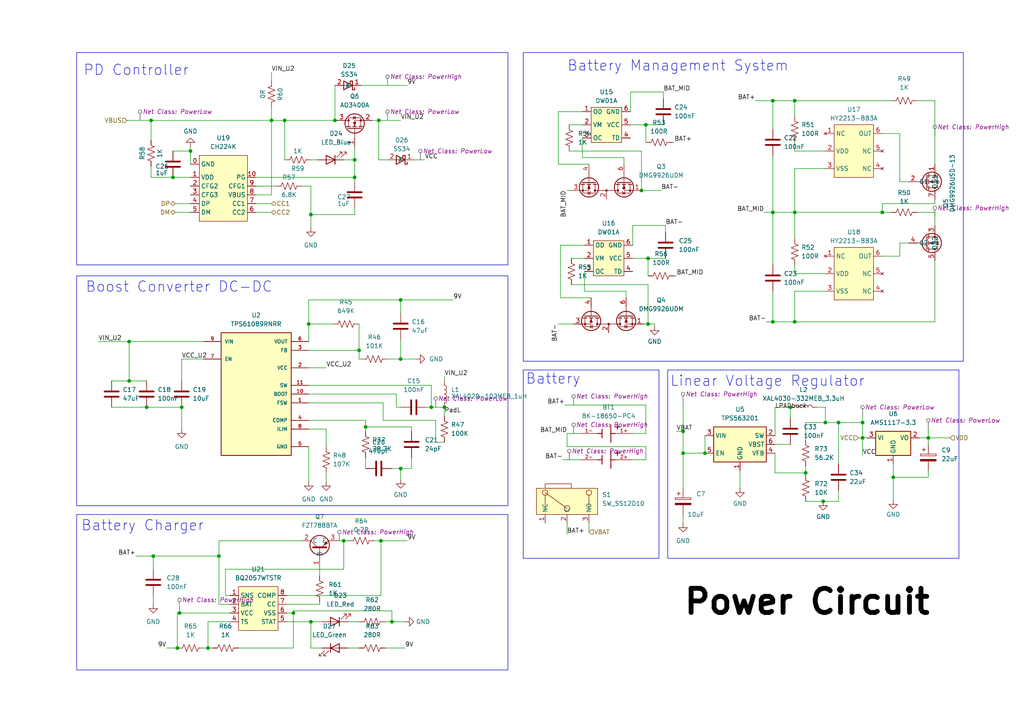
<source format=kicad_sch>
(kicad_sch (version 20230121) (generator eeschema)
  (paper "A4")
  (lib_symbols
    (symbol "BK-18650-PC4:BK-18650-PC4" (pin_names (offset 1.016))
      (property "Reference" "BT" (at -3.81 6.35 0))
      (property "Value" "BK-18650-PC4" (at -3.81 -10.16 0))
      (symbol "BK-18650-PC4_0_0"
        (pin passive line (at -7.62 2.54 0) (length 5.08) (name "~") (number "1+"))
        (pin passive line (at 7.62 2.54 180) (length 5.08) (name "~") (number "1-"))
        (pin passive line (at -7.62 -5.08 0) (length 5.08) (name "~") (number "2+"))
        (pin passive line (at 7.62 -5.08 180) (length 5.08) (name "~") (number "2-"))
      )
    )
    (symbol "Battery_Management_Custom:BQ2057WTS-TR"
      (property "Reference" "U" (at 0 1.27 0))
      (property "Value" "BQ2507WTSTR" (at 6.35 -13.97 0))
      (symbol "BQ2057WTS-TR_1_1"
        (pin input line (at -2.54 -2.54 0) (length 2.54) (name "SNS") (number "1"))
        (pin power_out line (at -2.54 -5.08 0) (length 2.54) (name "BAT") (number "2"))
        (pin power_in line (at -2.54 -7.62 0) (length 2.54) (name "VCC") (number "3"))
        (pin input line (at -2.54 -10.16 0) (length 2.54) (name "TS") (number "4"))
        (pin output line (at 13.97 -10.16 180) (length 2.54) (name "STAT") (number "5"))
        (pin passive line (at 13.97 -7.62 180) (length 2.54) (name "VSS") (number "6"))
        (pin output line (at 13.97 -5.08 180) (length 2.54) (name "CC") (number "7"))
        (pin input line (at 13.97 -2.54 180) (length 2.54) (name "COMP") (number "8"))
      )
    )
    (symbol "Battery_Management_Custom:DW01A"
      (property "Reference" "U" (at 0 0 0))
      (property "Value" "DW01A" (at 2.54 -12.7 0))
      (symbol "DW01A_1_1"
        (pin bidirectional line (at -3.81 -2.54 0) (length 2.54) (name "OD") (number "1"))
        (pin bidirectional line (at -3.81 -6.35 0) (length 2.54) (name "VM") (number "2"))
        (pin bidirectional line (at -3.81 -10.16 0) (length 2.54) (name "OC") (number "3"))
        (pin bidirectional line (at 10.16 -10.16 180) (length 2.54) (name "TD") (number "4"))
        (pin bidirectional line (at 10.16 -6.35 180) (length 2.54) (name "VCC") (number "5"))
        (pin bidirectional line (at 10.16 -2.54 180) (length 2.54) (name "GND") (number "6"))
      )
    )
    (symbol "Battery_Management_Custom:HY2213"
      (property "Reference" "U" (at 1.27 3.81 0))
      (property "Value" "HY2213-BB3A" (at 7.62 1.27 0))
      (symbol "HY2213_1_1"
        (pin no_connect line (at -1.27 -2.54 0) (length 2.54) (name "NC") (number "1"))
        (pin bidirectional line (at -1.27 -7.62 0) (length 2.54) (name "VDD") (number "2"))
        (pin bidirectional line (at -1.27 -12.7 0) (length 2.54) (name "VSS") (number "3"))
        (pin no_connect line (at 15.24 -12.7 180) (length 2.54) (name "NC") (number "4"))
        (pin no_connect line (at 15.24 -7.62 180) (length 2.54) (name "NC") (number "5"))
        (pin bidirectional line (at 15.24 -2.54 180) (length 2.54) (name "OUT") (number "6"))
      )
    )
    (symbol "DIODE_CUSTOM:SS34"
      (property "Reference" "D" (at 0 0 0))
      (property "Value" "SS34" (at 1.27 -6.35 0))
      (symbol "SS34_1_1"
        (pin passive line (at -2.54 -3.81 0) (length 2.54) (name "K") (number "1"))
        (pin passive line (at 5.08 -3.81 180) (length 2.54) (name "A") (number "2"))
      )
    )
    (symbol "Device:C" (pin_numbers hide) (pin_names (offset 0.254))
      (property "Reference" "C" (at 0.635 2.54 0))
      (property "Value" "C" (at 0.635 -2.54 0))
      (symbol "C_1_1"
        (pin passive line (at 0 3.81 270) (length 2.794) (name "~") (number "1"))
        (pin passive line (at 0 -3.81 90) (length 2.794) (name "~") (number "2"))
      )
    )
    (symbol "Device:C_Polarized" (pin_numbers hide) (pin_names (offset 0.254))
      (property "Reference" "C" (at 0.635 2.54 0))
      (property "Value" "C_Polarized" (at 0.635 -2.54 0))
      (symbol "C_Polarized_1_1"
        (pin passive line (at 0 3.81 270) (length 2.794) (name "~") (number "1"))
        (pin passive line (at 0 -3.81 90) (length 2.794) (name "~") (number "2"))
      )
    )
    (symbol "Device:L" (pin_numbers hide) (pin_names (offset 1.016) hide)
      (property "Reference" "L" (at -1.27 0 90))
      (property "Value" "L" (at 1.905 0 90))
      (symbol "L_1_1"
        (pin passive line (at 0 3.81 270) (length 1.27) (name "1") (number "1"))
        (pin passive line (at 0 -3.81 90) (length 1.27) (name "2") (number "2"))
      )
    )
    (symbol "Device:LED" (pin_numbers hide) (pin_names (offset 1.016) hide)
      (property "Reference" "D" (at 0 2.54 0))
      (property "Value" "LED" (at 0 -2.54 0))
      (symbol "LED_1_1"
        (pin passive line (at -3.81 0 0) (length 2.54) (name "K") (number "1"))
        (pin passive line (at 3.81 0 180) (length 2.54) (name "A") (number "2"))
      )
    )
    (symbol "Device:R_US" (pin_numbers hide) (pin_names (offset 0))
      (property "Reference" "R" (at 2.54 0 90))
      (property "Value" "R_US" (at -2.54 0 90))
      (symbol "R_US_1_1"
        (pin passive line (at 0 3.81 270) (length 1.27) (name "~") (number "1"))
        (pin passive line (at 0 -3.81 90) (length 1.27) (name "~") (number "2"))
      )
    )
    (symbol "MOSFET_New:DMG9926USD-13"
      (property "Reference" "Q5" (at 3.81 2.8575 0))
      (property "Value" "DMG9926USD-13" (at 3.81 0.3175 0))
      (symbol "DMG9926USD-13_1_1"
        (pin passive line (at 0 11.43 270) (length 2.54) (name "S1") (number "1"))
        (pin input line (at -7.62 6.35 0) (length 2.54) (name "G1") (number "2"))
        (pin passive line (at 0 -6.35 270) (length 2.54) (name "S2") (number "3"))
        (pin input line (at -7.62 -11.43 0) (length 2.54) (name "G2") (number "4"))
        (pin passive line (at 0 -16.51 90) (length 2.54) (name "D2") (number "5"))
        (pin passive line (at 0 -16.51 90) (length 2.54) hide (name "D2") (number "6"))
        (pin passive line (at 0 1.27 90) (length 2.54) (name "D1") (number "7"))
        (pin passive line (at 0 1.27 90) (length 2.54) hide (name "D1") (number "8"))
      )
    )
    (symbol "Regulator_Linear:AMS1117-3.3"
      (property "Reference" "U" (at -3.81 3.175 0))
      (property "Value" "AMS1117-3.3" (at 0 3.175 0))
      (symbol "AMS1117-3.3_1_1"
        (pin power_in line (at 0 -7.62 90) (length 2.54) (name "GND") (number "1"))
        (pin power_out line (at 7.62 0 180) (length 2.54) (name "VO") (number "2"))
        (pin power_in line (at -7.62 0 0) (length 2.54) (name "VI") (number "3"))
      )
    )
    (symbol "Regulator_Switching:TPS563200"
      (property "Reference" "U" (at -7.62 6.35 0))
      (property "Value" "TPS563200" (at -2.54 6.35 0))
      (symbol "TPS563200_1_1"
        (pin power_in line (at 0 -7.62 90) (length 2.54) (name "GND") (number "1"))
        (pin output line (at 10.16 2.54 180) (length 2.54) (name "SW") (number "2"))
        (pin power_in line (at -10.16 2.54 0) (length 2.54) (name "VIN") (number "3"))
        (pin input line (at 10.16 -2.54 180) (length 2.54) (name "VFB") (number "4"))
        (pin input line (at -10.16 -2.54 0) (length 2.54) (name "EN") (number "5"))
        (pin passive line (at 10.16 0 180) (length 2.54) (name "VBST") (number "6"))
      )
    )
    (symbol "Switch_Custom:SW_SS-12D10-G5050"
      (property "Reference" "S" (at 0 0 0))
      (property "Value" "SW_SS12D10" (at 5.08 2.54 0))
      (symbol "SW_SS-12D10-G5050_1_1"
        (pin passive line (at 2.54 -12.7 90) (length 2.54) (name "NC") (number "1"))
        (pin passive line (at 8.89 -12.7 90) (length 2.54) (name "C") (number "2"))
        (pin passive line (at 15.24 -12.7 90) (length 2.54) (name "NO") (number "3"))
      )
    )
    (symbol "TPS61089RNRR:TPS61089RNRR" (pin_names (offset 1.016))
      (property "Reference" "U2" (at 0 22.86 0))
      (property "Value" "TPS61089RNRR" (at 0 20.32 0))
      (symbol "TPS61089RNRR_0_0"
        (pin input line (at 15.24 -2.54 180) (length 5.08) (name "FSW") (number "1"))
        (pin output line (at 15.24 0 180) (length 5.08) (name "BOOT") (number "10"))
        (pin output line (at 15.24 2.54 180) (length 5.08) (name "SW") (number "11"))
        (pin output line (at 15.24 7.62 180) (length 5.08) (name "VCC") (number "2"))
        (pin input line (at 15.24 12.7 180) (length 5.08) (name "FB") (number "3"))
        (pin output line (at 15.24 -7.62 180) (length 5.08) (name "COMP") (number "4"))
        (pin power_in line (at 15.24 -15.24 180) (length 5.08) (name "GND") (number "5"))
        (pin output line (at 15.24 15.24 180) (length 5.08) (name "VOUT") (number "6"))
        (pin input line (at -15.24 10.16 0) (length 5.08) (name "EN") (number "7"))
        (pin output line (at 15.24 -10.16 180) (length 5.08) (name "ILIM") (number "8"))
        (pin input line (at -15.24 15.24 0) (length 5.08) (name "VIN") (number "9"))
      )
      (symbol "TPS61089RNRR_1_1"
        (pin output line (at 15.24 2.54 180) (length 2.54) hide (name "SW") (number "12"))
      )
    )
    (symbol "Transistor_FET:AO3400A" (pin_names hide)
      (property "Reference" "Q" (at 5.08 1.905 0))
      (property "Value" "AO3400A" (at 5.08 0 0))
      (symbol "AO3400A_1_1"
        (pin input line (at -5.08 0 0) (length 2.54) (name "G") (number "1"))
        (pin passive line (at 2.54 -5.08 90) (length 2.54) (name "S") (number "2"))
        (pin passive line (at 2.54 5.08 270) (length 2.54) (name "D") (number "3"))
      )
    )
    (symbol "Transistor_FET:DMG9926UDM" (pin_names hide)
      (property "Reference" "Q" (at 2.54 3.175 0))
      (property "Value" "DMG9926UDM" (at 2.54 5.08 0))
      (symbol "DMG9926UDM_1_1"
        (pin passive line (at 0 10.16 270) (length 2.54) (name "D1") (number "1"))
        (pin passive line (at 2.54 0 180) (length 2.54) (name "S1/D2") (number "2"))
        (pin passive line (at 0 -10.16 90) (length 2.54) (name "S2") (number "3"))
        (pin input line (at -7.62 -5.08 0) (length 2.54) (name "G2") (number "4"))
        (pin passive line (at 2.54 0 180) (length 2.54) hide (name "S1/D2") (number "5"))
        (pin input line (at -7.62 5.08 0) (length 2.54) (name "G1") (number "6"))
      )
    )
    (symbol "Transistor_New:FZT788BTA"
      (property "Reference" "Q" (at 3.81 0 0))
      (property "Value" "FZT788BTA" (at 0 0 0))
      (symbol "FZT788BTA_1_1"
        (pin input line (at 0 -3.81 0) (length 2.54) (name "B") (number "1"))
        (pin open_collector line (at 7.62 1.27 270) (length 2.54) (name "C") (number "2"))
        (pin open_emitter line (at 7.62 -8.89 90) (length 2.54) (name "E") (number "3"))
      )
    )
    (symbol "USB_PD_Custom:CH224K"
      (property "Reference" "U" (at 1.27 1.27 0))
      (property "Value" "CH224K" (at 10.16 -20.32 0))
      (symbol "CH224K_1_1"
        (pin passive line (at -2.54 -2.54 0) (length 2.54) (name "GND") (number "0"))
        (pin power_in line (at -2.54 -6.35 0) (length 2.54) (name "VDD") (number "1"))
        (pin open_collector line (at 16.51 -6.35 180) (length 2.54) (name "PG") (number "10"))
        (pin input line (at -2.54 -8.89 0) (length 2.54) (name "CFG2") (number "2"))
        (pin input line (at -2.54 -11.43 0) (length 2.54) (name "CFG3") (number "3"))
        (pin input line (at -2.54 -13.97 0) (length 2.54) (name "DP") (number "4"))
        (pin input line (at -2.54 -16.51 0) (length 2.54) (name "DM") (number "5"))
        (pin bidirectional line (at 16.51 -16.51 180) (length 2.54) (name "CC2") (number "6"))
        (pin bidirectional line (at 16.51 -13.97 180) (length 2.54) (name "CC1") (number "7"))
        (pin power_in line (at 16.51 -11.43 180) (length 2.54) (name "VBUS") (number "8"))
        (pin power_in line (at 16.51 -8.89 180) (length 2.54) (name "CFG1") (number "9"))
      )
    )
    (symbol "power:GND" (power) (pin_names (offset 0))
      (property "Value" "GND" (at 0 -3.81 0))
      (symbol "GND_1_1"
        (pin power_in line (at 0 0 270) (length 0) hide (name "GND") (number "1"))
      )
    )
  )
  (junction (at 42.545 118.11))
  (junction (at 230.505 93.345))
  (junction (at 52.07 177.8))
  (junction (at 55.245 43.815))
  (junction (at 187.325 36.195))
  (junction (at 104.14 101.6))
  (junction (at 51.435 187.96))
  (junction (at 239.395 122.555))
  (junction (at 224.155 29.21))
  (junction (at 230.505 61.595))
  (junction (at 255.905 61.595))
  (junction (at 78.74 34.925))
  (junction (at 37.465 99.06))
  (junction (at 85.09 177.8))
  (junction (at 233.68 137.16))
  (junction (at 198.12 131.445))
  (junction (at 238.76 145.415))
  (junction (at 82.55 34.925))
  (junction (at 110.49 156.845))
  (junction (at 116.205 135.89))
  (junction (at 230.505 29.21))
  (junction (at 186.055 55.245))
  (junction (at 44.45 161.29))
  (junction (at 269.24 127))
  (junction (at 128.905 118.11))
  (junction (at 37.465 110.49))
  (junction (at 198.12 125.095))
  (junction (at 250.19 127))
  (junction (at 204.47 131.445))
  (junction (at 99.695 156.845))
  (junction (at 90.17 62.23))
  (junction (at 106.045 123.825))
  (junction (at 187.96 93.98))
  (junction (at 224.155 61.595))
  (junction (at 60.325 187.96))
  (junction (at 102.87 46.355))
  (junction (at 224.155 93.345))
  (junction (at 52.705 118.11))
  (junction (at 229.235 118.11))
  (junction (at 116.205 86.995))
  (junction (at 113.665 180.34))
  (junction (at 259.08 138.43))
  (junction (at 125.095 118.11))
  (junction (at 90.17 180.34))
  (junction (at 243.205 122.555))
  (junction (at 50.165 51.435))
  (junction (at 116.205 104.14))
  (junction (at 43.815 34.925))
  (junction (at 63.5 161.29))
  (junction (at 187.96 74.93))
  (junction (at 89.535 93.98))
  (junction (at 109.855 34.925))
  (junction (at 250.19 122.555))
  (junction (at 97.155 34.925))
  (junction (at 102.87 51.435))
  (wire (pts (xy 78.74 31.115) (xy 78.74 34.925)))
  (wire (pts (xy 128.905 118.11) (xy 128.905 120.65)))
  (wire (pts (xy 90.17 62.23) (xy 90.17 53.975)))
  (wire (pts (xy 89.535 101.6) (xy 104.14 101.6)))
  (wire (pts (xy 251.46 127) (xy 250.19 127)))
  (wire (pts (xy 116.205 104.14) (xy 120.65 104.14)))
  (wire (pts (xy 32.385 118.11) (xy 42.545 118.11)))
  (wire (pts (xy 230.505 79.375) (xy 230.505 76.835)))
  (wire (pts (xy 224.155 29.21) (xy 219.075 29.21)))
  (wire (pts (xy 111.125 116.84) (xy 89.535 116.84)))
  (wire (pts (xy 113.665 180.34) (xy 117.475 180.34)))
  (wire (pts (xy 112.395 46.355) (xy 109.855 46.355)))
  (wire (pts (xy 104.14 104.14) (xy 104.775 104.14)))
  (wire (pts (xy 51.435 177.8) (xy 52.07 177.8)))
  (wire (pts (xy 230.505 33.655) (xy 230.505 29.21)))
  (wire (pts (xy 224.155 45.085) (xy 224.155 61.595)))
  (wire (pts (xy 259.08 138.43) (xy 259.08 134.62)))
  (wire (pts (xy 119.38 132.715) (xy 119.38 135.89)))
  (wire (pts (xy 229.235 118.11) (xy 229.235 121.285)))
  (wire (pts (xy 69.215 187.96) (xy 85.09 187.96)))
  (wire (pts (xy 230.505 84.455) (xy 230.505 93.345)))
  (wire (pts (xy 230.505 61.595) (xy 230.505 69.215)))
  (wire (pts (xy 82.55 34.925) (xy 82.55 46.355)))
  (wire (pts (xy 50.8 59.055) (xy 55.245 59.055)))
  (wire (pts (xy 99.695 46.355) (xy 102.87 46.355)))
  (wire (pts (xy 60.325 187.96) (xy 61.595 187.96)))
  (wire (pts (xy 238.76 145.415) (xy 233.68 145.415)))
  (wire (pts (xy 83.185 177.8) (xy 85.09 177.8)))
  (wire (pts (xy 198.12 131.445) (xy 198.12 141.605)))
  (wire (pts (xy 128.905 109.22) (xy 128.905 110.49)))
  (wire (pts (xy 255.905 38.735) (xy 260.985 38.735)))
  (wire (pts (xy 183.515 65.405) (xy 193.04 65.405)))
  (wire (pts (xy 255.905 59.055) (xy 255.905 61.595)))
  (wire (pts (xy 108.585 156.845) (xy 110.49 156.845)))
  (wire (pts (xy 187.96 74.93) (xy 193.04 74.93)))
  (wire (pts (xy 269.24 128.905) (xy 269.24 127)))
  (wire (pts (xy 60.325 187.96) (xy 60.325 180.34)))
  (wire (pts (xy 187.96 82.55) (xy 187.96 93.98)))
  (wire (pts (xy 97.155 24.765) (xy 97.155 34.925)))
  (wire (pts (xy 162.56 86.36) (xy 162.56 71.12)))
  (wire (pts (xy 269.24 124.46) (xy 269.24 127)))
  (wire (pts (xy 204.47 126.365) (xy 204.47 131.445)))
  (wire (pts (xy 78.74 34.925) (xy 82.55 34.925)))
  (wire (pts (xy 89.535 129.54) (xy 89.535 139.7)))
  (wire (pts (xy 106.045 132.715) (xy 106.045 135.89)))
  (wire (pts (xy 125.095 118.11) (xy 123.825 118.11)))
  (wire (pts (xy 102.87 46.355) (xy 102.87 51.435)))
  (wire (pts (xy 186.055 55.245) (xy 191.77 55.245)))
  (wire (pts (xy 112.395 104.14) (xy 116.205 104.14)))
  (wire (pts (xy 230.505 79.375) (xy 239.395 79.375)))
  (wire (pts (xy 170.815 47.625) (xy 161.925 47.625)))
  (wire (pts (xy 82.55 34.925) (xy 97.155 34.925)))
  (wire (pts (xy 74.295 53.975) (xy 80.01 53.975)))
  (wire (pts (xy 224.79 128.905) (xy 229.235 128.905)))
  (wire (pts (xy 119.38 123.825) (xy 119.38 125.095)))
  (wire (pts (xy 107.95 34.925) (xy 109.855 34.925)))
  (wire (pts (xy 183.515 125.73) (xy 187.325 125.73)))
  (wire (pts (xy 233.68 122.555) (xy 239.395 122.555)))
  (wire (pts (xy 189.865 93.98) (xy 189.865 94.615)))
  (wire (pts (xy 89.535 99.06) (xy 89.535 93.98)))
  (wire (pts (xy 260.985 38.735) (xy 260.985 52.705)))
  (wire (pts (xy 116.205 118.11) (xy 114.935 118.11)))
  (wire (pts (xy 224.79 126.365) (xy 224.79 118.11)))
  (wire (pts (xy 114.935 118.11) (xy 114.935 114.3)))
  (wire (pts (xy 243.205 145.415) (xy 238.76 145.415)))
  (wire (pts (xy 37.465 99.06) (xy 59.055 99.06)))
  (wire (pts (xy 266.7 127) (xy 269.24 127)))
  (wire (pts (xy 111.76 180.34) (xy 113.665 180.34)))
  (wire (pts (xy 102.87 62.23) (xy 90.17 62.23)))
  (wire (pts (xy 271.145 29.21) (xy 266.065 29.21)))
  (wire (pts (xy 44.45 161.29) (xy 44.45 165.1)))
  (wire (pts (xy 187.96 80.01) (xy 187.96 74.93)))
  (wire (pts (xy 233.68 137.16) (xy 233.68 137.795)))
  (wire (pts (xy 90.17 180.34) (xy 83.185 180.34)))
  (wire (pts (xy 28.575 99.06) (xy 37.465 99.06)))
  (wire (pts (xy 119.38 135.89) (xy 116.205 135.89)))
  (wire (pts (xy 50.8 61.595) (xy 55.245 61.595)))
  (wire (pts (xy 164.465 55.245) (xy 165.735 55.245)))
  (wire (pts (xy 243.205 122.555) (xy 250.19 122.555)))
  (wire (pts (xy 110.49 156.845) (xy 118.11 156.845)))
  (wire (pts (xy 164.465 154.94) (xy 164.465 151.765)))
  (wire (pts (xy 194.945 41.275) (xy 195.58 41.275)))
  (wire (pts (xy 111.125 116.84) (xy 111.125 121.92)))
  (wire (pts (xy 171.45 86.36) (xy 162.56 86.36)))
  (wire (pts (xy 83.185 175.26) (xy 92.71 175.26)))
  (wire (pts (xy 169.545 84.455) (xy 169.545 78.74)))
  (wire (pts (xy 43.815 48.26) (xy 43.815 51.435)))
  (wire (pts (xy 128.905 128.27) (xy 126.365 128.27)))
  (wire (pts (xy 162.56 71.12) (xy 169.545 71.12)))
  (wire (pts (xy 230.505 61.595) (xy 255.905 61.595)))
  (wire (pts (xy 48.26 187.96) (xy 51.435 187.96)))
  (wire (pts (xy 89.535 121.92) (xy 106.045 121.92)))
  (wire (pts (xy 163.83 117.475) (xy 187.325 117.475)))
  (wire (pts (xy 116.205 86.995) (xy 89.535 86.995)))
  (wire (pts (xy 59.055 187.96) (xy 60.325 187.96)))
  (wire (pts (xy 230.505 93.345) (xy 271.145 93.345)))
  (wire (pts (xy 89.535 111.76) (xy 125.095 111.76)))
  (wire (pts (xy 116.205 86.995) (xy 116.205 90.805)))
  (wire (pts (xy 65.405 172.72) (xy 66.675 172.72)))
  (wire (pts (xy 125.095 111.76) (xy 125.095 118.11)))
  (wire (pts (xy 198.12 131.445) (xy 204.47 131.445)))
  (wire (pts (xy 55.245 43.815) (xy 55.245 47.625)))
  (wire (pts (xy 187.325 36.195) (xy 192.405 36.195)))
  (wire (pts (xy 269.24 127) (xy 275.59 127)))
  (wire (pts (xy 52.705 104.14) (xy 52.705 110.49)))
  (wire (pts (xy 230.505 29.21) (xy 224.155 29.21)))
  (wire (pts (xy 90.17 62.23) (xy 90.17 66.04)))
  (wire (pts (xy 182.88 32.385) (xy 182.88 26.67)))
  (wire (pts (xy 182.88 36.195) (xy 187.325 36.195)))
  (wire (pts (xy 116.205 139.065) (xy 116.205 135.89)))
  (wire (pts (xy 239.395 48.895) (xy 230.505 48.895)))
  (wire (pts (xy 192.405 28.575) (xy 192.405 26.67)))
  (wire (pts (xy 271.145 59.055) (xy 255.905 59.055)))
  (wire (pts (xy 180.975 47.625) (xy 180.975 45.72)))
  (wire (pts (xy 183.515 74.93) (xy 187.96 74.93)))
  (wire (pts (xy 66.675 175.26) (xy 63.5 175.26)))
  (wire (pts (xy 52.705 104.14) (xy 59.055 104.14)))
  (wire (pts (xy 113.665 177.165) (xy 113.665 180.34)))
  (wire (pts (xy 271.145 61.595) (xy 271.145 65.405)))
  (wire (pts (xy 168.91 45.72) (xy 168.91 40.005)))
  (wire (pts (xy 250.19 120.65) (xy 250.19 122.555)))
  (wire (pts (xy 106.045 123.825) (xy 119.38 123.825)))
  (wire (pts (xy 99.695 156.845) (xy 97.79 156.845)))
  (wire (pts (xy 230.505 29.21) (xy 258.445 29.21)))
  (wire (pts (xy 102.87 51.435) (xy 102.87 52.705)))
  (wire (pts (xy 89.535 93.98) (xy 96.52 93.98)))
  (wire (pts (xy 250.19 132.08) (xy 250.19 127)))
  (wire (pts (xy 32.385 110.49) (xy 37.465 110.49)))
  (wire (pts (xy 89.535 86.995) (xy 89.535 93.98)))
  (wire (pts (xy 116.205 86.995) (xy 131.445 86.995)))
  (wire (pts (xy 37.465 110.49) (xy 37.465 99.06)))
  (wire (pts (xy 187.325 125.73) (xy 187.325 117.475)))
  (wire (pts (xy 37.465 110.49) (xy 42.545 110.49)))
  (wire (pts (xy 258.445 61.595) (xy 255.905 61.595)))
  (wire (pts (xy 116.205 98.425) (xy 116.205 104.14)))
  (wire (pts (xy 239.395 122.555) (xy 239.395 118.11)))
  (wire (pts (xy 221.615 61.595) (xy 224.155 61.595)))
  (wire (pts (xy 92.71 164.465) (xy 92.71 167.005)))
  (wire (pts (xy 90.17 180.34) (xy 93.345 180.34)))
  (wire (pts (xy 233.68 135.255) (xy 233.68 137.16)))
  (wire (pts (xy 114.935 114.3) (xy 89.535 114.3)))
  (wire (pts (xy 198.12 116.84) (xy 198.12 125.095)))
  (wire (pts (xy 43.815 51.435) (xy 50.165 51.435)))
  (wire (pts (xy 50.165 43.815) (xy 55.245 43.815)))
  (wire (pts (xy 161.925 32.385) (xy 168.91 32.385)))
  (wire (pts (xy 94.615 129.54) (xy 94.615 124.46)))
  (wire (pts (xy 243.205 122.555) (xy 239.395 122.555)))
  (wire (pts (xy 198.12 125.095) (xy 198.12 131.445)))
  (wire (pts (xy 180.975 45.72) (xy 168.91 45.72)))
  (wire (pts (xy 43.815 34.925) (xy 43.815 40.64)))
  (wire (pts (xy 198.12 149.225) (xy 198.12 151.765)))
  (wire (pts (xy 74.295 51.435) (xy 102.87 51.435)))
  (wire (pts (xy 187.96 93.98) (xy 186.69 93.98)))
  (wire (pts (xy 260.985 70.485) (xy 263.525 70.485)))
  (wire (pts (xy 43.815 34.925) (xy 78.74 34.925)))
  (wire (pts (xy 36.83 34.925) (xy 43.815 34.925)))
  (wire (pts (xy 161.925 47.625) (xy 161.925 32.385)))
  (wire (pts (xy 126.365 128.27) (xy 126.365 121.92)))
  (wire (pts (xy 102.87 60.325) (xy 102.87 62.23)))
  (wire (pts (xy 164.465 129.54) (xy 164.465 125.73)))
  (wire (pts (xy 94.615 124.46) (xy 89.535 124.46)))
  (wire (pts (xy 224.155 84.455) (xy 224.155 93.345)))
  (wire (pts (xy 183.515 71.12) (xy 183.515 65.405)))
  (wire (pts (xy 44.45 161.29) (xy 39.37 161.29)))
  (wire (pts (xy 239.395 84.455) (xy 230.505 84.455)))
  (wire (pts (xy 255.905 74.295) (xy 260.985 74.295)))
  (wire (pts (xy 52.07 177.8) (xy 66.675 177.8)))
  (wire (pts (xy 269.24 138.43) (xy 259.08 138.43)))
  (wire (pts (xy 250.19 127) (xy 248.92 127)))
  (wire (pts (xy 271.145 57.785) (xy 271.145 59.055)))
  (wire (pts (xy 74.295 56.515) (xy 78.74 56.515)))
  (wire (pts (xy 243.205 134.62) (xy 243.205 122.555)))
  (wire (pts (xy 102.87 46.355) (xy 102.87 42.545)))
  (wire (pts (xy 243.205 142.24) (xy 243.205 145.415)))
  (wire (pts (xy 50.165 51.435) (xy 55.245 51.435)))
  (wire (pts (xy 233.68 122.555) (xy 233.68 127.635)))
  (wire (pts (xy 63.5 161.29) (xy 63.5 156.845)))
  (wire (pts (xy 193.04 67.31) (xy 193.04 65.405)))
  (wire (pts (xy 266.065 61.595) (xy 271.145 61.595)))
  (wire (pts (xy 161.925 93.98) (xy 166.37 93.98)))
  (wire (pts (xy 42.545 118.11) (xy 52.705 118.11)))
  (wire (pts (xy 189.865 93.98) (xy 187.96 93.98)))
  (wire (pts (xy 104.14 187.96) (xy 100.965 187.96)))
  (wire (pts (xy 183.515 133.35) (xy 187.325 133.35)))
  (wire (pts (xy 87.63 156.845) (xy 63.5 156.845)))
  (wire (pts (xy 110.49 156.845) (xy 110.49 172.72)))
  (wire (pts (xy 78.74 20.955) (xy 78.74 23.495)))
  (wire (pts (xy 181.61 84.455) (xy 169.545 84.455)))
  (wire (pts (xy 196.215 125.095) (xy 198.12 125.095)))
  (wire (pts (xy 90.17 46.355) (xy 92.075 46.355)))
  (wire (pts (xy 90.17 53.975) (xy 87.63 53.975)))
  (wire (pts (xy 116.205 135.89) (xy 113.665 135.89)))
  (wire (pts (xy 170.815 154.305) (xy 170.815 151.765)))
  (wire (pts (xy 100.965 156.845) (xy 99.695 156.845)))
  (wire (pts (xy 222.25 93.345) (xy 224.155 93.345)))
  (wire (pts (xy 65.405 165.1) (xy 99.695 165.1)))
  (wire (pts (xy 106.045 121.92) (xy 106.045 123.825)))
  (wire (pts (xy 51.435 187.96) (xy 51.435 177.8)))
  (wire (pts (xy 260.985 52.705) (xy 263.525 52.705)))
  (wire (pts (xy 271.145 93.345) (xy 271.145 75.565)))
  (wire (pts (xy 85.09 177.165) (xy 85.09 177.8)))
  (wire (pts (xy 104.14 93.98) (xy 104.14 101.6)))
  (wire (pts (xy 52.07 176.53) (xy 52.07 177.8)))
  (wire (pts (xy 109.855 34.925) (xy 116.205 34.925)))
  (wire (pts (xy 65.405 165.1) (xy 65.405 172.72)))
  (wire (pts (xy 239.395 43.815) (xy 230.505 43.815)))
  (wire (pts (xy 63.5 175.26) (xy 63.5 161.29)))
  (wire (pts (xy 83.185 172.72) (xy 110.49 172.72)))
  (wire (pts (xy 259.08 145.034) (xy 259.08 138.43)))
  (wire (pts (xy 111.76 187.96) (xy 117.475 187.96)))
  (wire (pts (xy 89.535 106.68) (xy 94.615 106.68)))
  (wire (pts (xy 90.17 180.34) (xy 90.17 187.96)))
  (wire (pts (xy 187.325 133.35) (xy 187.325 129.54)))
  (wire (pts (xy 78.74 56.515) (xy 78.74 34.925)))
  (wire (pts (xy 165.1 36.195) (xy 168.91 36.195)))
  (wire (pts (xy 104.775 24.765) (xy 118.11 24.765)))
  (wire (pts (xy 74.295 59.055) (xy 78.74 59.055)))
  (wire (pts (xy 52.705 118.11) (xy 52.705 124.46)))
  (wire (pts (xy 181.61 86.36) (xy 181.61 84.455)))
  (wire (pts (xy 165.1 43.815) (xy 186.055 43.815)))
  (wire (pts (xy 224.155 61.595) (xy 230.505 61.595)))
  (wire (pts (xy 224.79 137.16) (xy 233.68 137.16)))
  (wire (pts (xy 100.965 180.34) (xy 104.14 180.34)))
  (wire (pts (xy 109.855 46.355) (xy 109.855 34.925)))
  (wire (pts (xy 97.155 34.925) (xy 97.79 34.925)))
  (wire (pts (xy 224.79 118.11) (xy 229.235 118.11)))
  (wire (pts (xy 230.505 48.895) (xy 230.505 61.595)))
  (wire (pts (xy 260.985 74.295) (xy 260.985 70.485)))
  (wire (pts (xy 187.325 41.275) (xy 187.325 36.195)))
  (wire (pts (xy 224.155 37.465) (xy 224.155 29.21)))
  (wire (pts (xy 94.615 137.16) (xy 94.615 139.7)))
  (wire (pts (xy 104.14 101.6) (xy 104.14 104.14)))
  (wire (pts (xy 106.045 123.825) (xy 106.045 125.095)))
  (wire (pts (xy 120.015 46.355) (xy 123.19 46.355)))
  (wire (pts (xy 55.245 42.545) (xy 55.245 43.815)))
  (wire (pts (xy 271.145 29.21) (xy 271.145 47.625)))
  (wire (pts (xy 126.365 121.92) (xy 111.125 121.92)))
  (wire (pts (xy 187.325 129.54) (xy 164.465 129.54)))
  (wire (pts (xy 93.345 187.96) (xy 90.17 187.96)))
  (wire (pts (xy 63.5 161.29) (xy 44.45 161.29)))
  (wire (pts (xy 195.58 80.01) (xy 196.215 80.01)))
  (wire (pts (xy 224.155 61.595) (xy 224.155 76.835)))
  (wire (pts (xy 239.395 118.11) (xy 236.855 118.11)))
  (wire (pts (xy 224.79 131.445) (xy 224.79 137.16)))
  (wire (pts (xy 165.735 74.93) (xy 169.545 74.93)))
  (wire (pts (xy 224.155 93.345) (xy 230.505 93.345)))
  (wire (pts (xy 128.905 118.11) (xy 125.095 118.11)))
  (wire (pts (xy 182.88 26.67) (xy 192.405 26.67)))
  (wire (pts (xy 168.275 125.73) (xy 164.465 125.73)))
  (wire (pts (xy 85.09 177.165) (xy 113.665 177.165)))
  (wire (pts (xy 60.325 180.34) (xy 66.675 180.34)))
  (wire (pts (xy 99.695 165.1) (xy 99.695 156.845)))
  (wire (pts (xy 186.055 43.815) (xy 186.055 55.245)))
  (wire (pts (xy 269.24 136.525) (xy 269.24 138.43)))
  (wire (pts (xy 214.63 136.525) (xy 214.63 141.605)))
  (wire (pts (xy 163.195 133.35) (xy 168.275 133.35)))
  (wire (pts (xy 165.735 82.55) (xy 187.96 82.55)))
  (wire (pts (xy 250.19 122.555) (xy 250.19 127)))
  (wire (pts (xy 92.71 175.26) (xy 92.71 174.625)))
  (wire (pts (xy 230.505 43.815) (xy 230.505 41.275)))
  (wire (pts (xy 74.295 61.595) (xy 78.74 61.595)))
  (wire (pts (xy 44.45 172.72) (xy 44.45 175.26)))
  (wire (pts (xy 85.09 187.96) (xy 85.09 177.8)))
  (rectangle (start 22.225 15.24) (end 147.32 76.835))
  (rectangle (start 151.765 15.24) (end 279.4 104.775))
  (rectangle (start 22.225 80.01) (end 147.32 146.685))
  (rectangle (start 151.765 107.315) (end 191.135 161.925))
  (rectangle (start 193.675 107.315) (end 278.13 161.925))
  (rectangle (start 22.225 149.225) (end 147.32 194.31))
  (text "Battery Charger" (at 23.495 154.305 0) (effects (font (size 3 3)) (justify left bottom)))
  (text "Battery" (at 152.4 111.76 0) (effects (font (size 3 3)) (justify left bottom)))
  (text "Linear Voltage Regulator" (at 194.31 112.395 0) (effects (font (size 3 3)) (justify left bottom)))
  (text "Boost Converter DC-DC" (at 24.765 85.09 0) (effects (font (size 3 3)) (justify left bottom)))
  (text "Battery Management System" (at 164.465 20.955 0) (effects (font (size 3 3)) (justify left bottom)))
  (text "Power Circuit" (at 197.866 178.816 0) (effects (font (size 7 7) (thickness 1.4) bold) (justify left bottom)))
  (text "PD Controller" (at 24.13 22.225 0) (effects (font (size 3 3)) (justify left bottom)))
  (label "LPADbuck" (at 224.79 118.745 0))
  (label "9V" (at 117.475 187.96 0))
  (label "BAT_MID" (at 196.215 80.01 0))
  (label "BAT+" (at 219.075 29.21 180))
  (label "PadL" (at 128.905 120.015 0))
  (label "BAT_MID" (at 192.405 26.67 0))
  (label "BAT+" (at 164.465 154.94 0))
  (label "VCC" (at 250.19 132.08 0))
  (label "VBAT" (at 196.215 125.095 0))
  (label "VCC_U2" (at 52.705 104.14 0))
  (label "VCC_U2" (at 94.615 106.68 0))
  (label "BAT-" (at 163.195 133.35 180))
  (label "BAT-" (at 222.25 93.345 180))
  (label "BAT-" (at 193.04 65.405 0))
  (label "BAT+" (at 195.58 41.275 0))
  (label "VIN_U2" (at 128.905 109.22 0))
  (label "BAT_MID" (at 221.615 61.595 180))
  (label "9V" (at 131.445 86.995 0))
  (label "VCC" (at 123.19 46.355 0))
  (label "BAT_MID" (at 164.465 55.245 270))
  (label "9V" (at 118.11 156.845 0))
  (label "BAT-" (at 191.77 55.245 0))
  (label "9V" (at 118.11 24.765 0))
  (label "BAT+" (at 163.83 117.475 180))
  (label "9V" (at 48.26 187.96 180))
  (label "VIN_U2" (at 116.205 34.925 0))
  (label "VIN_U2" (at 78.74 20.955 0))
  (label "BAT+" (at 39.37 161.29 180))
  (label "VIN_U2" (at 28.575 99.06 0))
  (label "BAT-" (at 161.925 93.98 270))
  (label "BAT_MID" (at 164.465 125.73 180))
  (hierarchical_label "VDD" (shape input) (at 275.59 127 0))
  (hierarchical_label "DM" (shape bidirectional) (at 50.8 61.595 180))
  (hierarchical_label "CC2" (shape bidirectional) (at 78.74 61.595 0))
  (hierarchical_label "VBAT" (shape input) (at 170.815 154.305 0))
  (hierarchical_label "DP" (shape bidirectional) (at 50.8 59.055 180))
  (hierarchical_label "VBUS" (shape input) (at 36.83 34.925 180))
  (hierarchical_label "VCC" (shape input) (at 248.92 127 180))
  (hierarchical_label "CC1" (shape bidirectional) (at 78.74 59.055 0))
  (netclass_flag "" (length 2.54) (shape round) (at 126.365 118.11 0) (property "Netclass" "PowerLow" (at 127.0635 115.57 0) (show_name) (effects (font italic) (justify left))))
  (netclass_flag "" (length 2.54) (shape round) (at 112.395 24.765 0) (property "Netclass" "PowerHigh" (at 113.0935 22.225 0) (show_name) (effects (font italic) (justify left))))
  (netclass_flag "" (length 2.54) (shape round) (at 271.145 39.37 0) (property "Netclass" "PowerHigh" (at 271.8435 36.83 0) (show_name) (effects (font italic) (justify left))))
  (netclass_flag "" (length 2.54) (shape round) (at 269.24 124.46 0) (property "Netclass" "PowerLow" (at 269.9385 121.92 0) (show_name) (effects (font italic) (justify left))))
  (netclass_flag "" (length 2.54) (shape round) (at 52.07 176.53 0) (property "Netclass" "PowerHigh" (at 52.7685 173.99 0) (show_name) (effects (font italic) (justify left))))
  (netclass_flag "" (length 2.54) (shape round) (at 40.64 34.925 0) (property "Netclass" "PowerLow" (at 41.3385 32.385 0) (show_name) (effects (font italic) (justify left))))
  (netclass_flag "" (length 2.54) (shape round) (at 166.37 125.73 0) (property "Netclass" "PowerHigh" (at 167.0685 123.19 0) (show_name) (effects (font italic) (justify left))))
  (netclass_flag "" (length 2.54) (shape round) (at 98.425 156.845 0) (property "Netclass" "PowerHigh" (at 99.1235 154.305 0) (show_name) (effects (font italic) (justify left))))
  (netclass_flag "" (length 2.54) (shape round) (at 271.145 62.865 0) (property "Netclass" "PowerHigh" (at 271.8435 60.325 0) (show_name) (effects (font italic) (justify left))))
  (netclass_flag "" (length 2.54) (shape round) (at 112.395 34.925 0) (property "Netclass" "PowerLow" (at 113.0935 32.385 0) (show_name) (effects (font italic) (justify left))))
  (netclass_flag "" (length 2.54) (shape round) (at 121.92 46.355 0) (property "Netclass" "PowerLow" (at 122.6185 43.815 0) (show_name) (effects (font italic) (justify left))))
  (netclass_flag "" (length 2.54) (shape round) (at 250.19 120.65 0) (property "Netclass" "PowerLow" (at 250.8885 118.11 0) (show_name) (effects (font italic) (justify left))))
  (netclass_flag "" (length 2.54) (shape round) (at 166.37 117.475 0) (property "Netclass" "PowerHigh" (at 167.0685 114.935 0) (show_name) (effects (font italic) (justify left))))
  (netclass_flag "" (length 2.54) (shape round) (at 165.1 133.35 0) (property "Netclass" "PowerHigh" (at 165.7985 130.81 0) (show_name) (effects (font italic) (justify left))))
  (netclass_flag "" (length 2.54) (shape round) (at 198.12 116.84 0) (property "Netclass" "PowerHigh" (at 198.8185 114.3 0) (show_name) (effects (font italic) (justify left))))
  (symbol (lib_id "Regulator_Linear:AMS1117-3.3") (at 259.08 127 0) (unit 1)
    (property "Reference" "U6" (at 259.08 120.015 0))
    (property "Value" "AMS1117-3.3" (at 259.08 122.555 0))
    (property "Footprint" "Package_TO_SOT_SMD:SOT-223-3_TabPin2" (effects hide))
    (property "Datasheet" "http://www.advanced-monolithic.com/pdf/ds1117.pdf" (effects hide))
  )
  (symbol (lib_id "Battery_Management_Custom:DW01A") (at 173.355 68.58 0) (unit 1)
    (property "Reference" "U16" (at 176.53 64.77 0))
    (property "Value" "DW01A" (at 176.53 67.31 0))
    (property "Footprint" "Package_TO_SOT_SMD:SOT-23-6" (effects hide))
    (property "Datasheet" "https://datasheet.lcsc.com/lcsc/1912111437_PUOLOP-DW01A_C351410.pdf" (effects hide))
  )
  (symbol (lib_id "Device:C_Polarized") (at 198.12 145.415 0) (unit 1)
    (property "Reference" "C7" (at 201.93 143.256 0) (effects (justify left)))
    (property "Value" "10uF" (at 199.39 149.225 0) (effects (justify left)))
    (property "Footprint" "Capacitor_SMD:CP_Elec_6.3x5.3" (effects hide))
  )
  (symbol (lib_id "power:GND") (at 89.535 139.7 0) (unit 1)
    (property "Reference" "#PWR04" (effects hide))
    (property "Value" "GND" (at 89.535 144.78 0))
  )
  (symbol (lib_id "BK-18650-PC4:BK-18650-PC4") (at 175.895 128.27 0) (mirror y) (unit 1)
    (property "Reference" "BT1" (at 176.53 118.11 0))
    (property "Value" "BK-18650-PC4" (at 176.53 120.65 0))
    (property "Footprint" "BK-18650-PC4:BAT_BK-18650-PC4" (effects hide))
    (property "MF" "MPD (Memory Protection Devices)" (effects hide))
    (property "MAXIMUM_PACKAGE_HEIGHT" "21.54 mm" (effects hide))
    (property "Package" "None" (effects hide))
    (property "Price" "None" (effects hide))
    (property "Check_prices" "https://www.snapeda.com/parts/BK-18650-PC4/Memory+Protection+Devices/view-part/?ref=eda" (effects hide))
    (property "STANDARD" "Manufacturer Recommendations" (effects hide))
    (property "PARTREV" "K" (effects hide))
    (property "SnapEDA_Link" "https://www.snapeda.com/parts/BK-18650-PC4/Memory+Protection+Devices/view-part/?ref=snap" (effects hide))
    (property "MP" "BK-18650-PC4" (effects hide))
    (property "Purchase-URL" "https://www.snapeda.com/api/url_track_click_mouser/?unipart_id=4870164&manufacturer=MPD (Memory Protection Devices)&part_name=BK-18650-PC4&search_term=None" (effects hide))
    (property "Description" "\nBattery Holder (Open) 18650 2 Cell PC Pin\n" (effects hide))
    (property "Availability" "In Stock" (effects hide))
    (property "MANUFACTURER" "MPD" (effects hide))
  )
  (symbol (lib_id "power:GND") (at 94.615 139.7 0) (unit 1)
    (property "Reference" "#PWR039" (effects hide))
    (property "Value" "GND" (at 94.615 144.78 0))
  )
  (symbol (lib_id "Device:C") (at 243.205 138.43 180) (unit 1)
    (property "Reference" "C34" (at 246.38 137.16 0) (effects (justify right)))
    (property "Value" "22uF" (at 246.38 139.7 0) (effects (justify right)))
    (property "Footprint" "Capacitor_SMD:C_0603_1608Metric" (effects hide))
  )
  (symbol (lib_id "Device:R_US") (at 92.71 170.815 0) (unit 1)
    (property "Reference" "R61" (at 95.25 169.545 0) (effects (justify left)))
    (property "Value" "1K" (at 95.25 172.085 0) (effects (justify left)))
    (property "Footprint" "Capacitor_SMD:C_0603_1608Metric" (effects hide))
  )
  (symbol (lib_id "power:GND") (at 259.08 145.034 0) (unit 1)
    (property "Reference" "#PWR016" (effects hide))
    (property "Value" "GND" (at 259.08 149.225 0))
  )
  (symbol (lib_id "Device:R_US") (at 165.1 40.005 0) (unit 1)
    (property "Reference" "R54" (at 167.64 38.735 0) (effects (justify left)))
    (property "Value" "1K" (at 167.64 41.275 0) (effects (justify left)))
    (property "Footprint" "Capacitor_SMD:C_0603_1608Metric" (effects hide))
  )
  (symbol (lib_id "Transistor_New:FZT788BTA") (at 88.9 164.465 90) (unit 1)
    (property "Reference" "Q7" (at 92.71 149.86 90))
    (property "Value" "FZT788BTA" (at 92.71 152.4 90))
    (property "Footprint" "Package_TO_SOT_SMD:SOT-223-3_TabPin2" (effects hide))
  )
  (symbol (lib_id "Device:C_Polarized") (at 269.24 132.715 0) (unit 1)
    (property "Reference" "C9" (at 273.05 130.556 0) (effects (justify left)))
    (property "Value" "22uF" (at 273.05 133.096 0) (effects (justify left)))
    (property "Footprint" "Capacitor_SMD:CP_Elec_6.3x5.3" (effects hide))
  )
  (symbol (lib_id "Device:C") (at 102.87 56.515 180) (unit 1)
    (property "Reference" "C27" (at 97.79 57.15 0) (effects (justify right)))
    (property "Value" "1uF" (at 97.79 59.055 0) (effects (justify right)))
    (property "Footprint" "Capacitor_SMD:C_1206_3216Metric" (effects hide))
  )
  (symbol (lib_id "Device:R_US") (at 262.255 29.21 90) (unit 1)
    (property "Reference" "R49" (at 262.255 22.86 90))
    (property "Value" "1K" (at 262.255 25.4 90))
    (property "Footprint" "Resistor_SMD:R_1206_3216Metric" (effects hide))
  )
  (symbol (lib_id "DIODE_CUSTOM:SS34") (at 102.235 28.575 180) (unit 1)
    (property "Reference" "D25" (at 101.2825 19.05 0))
    (property "Value" "SS34" (at 101.2825 21.59 0))
    (property "Footprint" "Diode_SMD:D_SMA_Handsoldering" (effects hide))
  )
  (symbol (lib_id "Device:C") (at 44.45 168.91 180) (unit 1)
    (property "Reference" "C28" (at 48.26 167.64 0) (effects (justify right)))
    (property "Value" "100nF" (at 48.26 170.18 0) (effects (justify right)))
    (property "Footprint" "Capacitor_SMD:C_0402_1005Metric" (effects hide))
  )
  (symbol (lib_id "power:GND") (at 120.65 104.14 90) (unit 1)
    (property "Reference" "#PWR041" (effects hide))
    (property "Value" "GND" (at 124.46 104.14 90) (effects (justify right)))
  )
  (symbol (lib_id "Device:C") (at 224.155 80.645 180) (unit 1)
    (property "Reference" "C23" (at 227.33 79.375 0) (effects (justify right)))
    (property "Value" "100nF" (at 227.33 81.915 0) (effects (justify right)))
    (property "Footprint" "Capacitor_SMD:C_0402_1005Metric" (effects hide))
  )
  (symbol (lib_id "Device:R_US") (at 55.245 187.96 90) (unit 1)
    (property "Reference" "R65" (at 55.245 181.61 90))
    (property "Value" "1K" (at 55.245 184.15 90))
    (property "Footprint" "Capacitor_SMD:C_0603_1608Metric" (effects hide))
  )
  (symbol (lib_id "Transistor_FET:DMG9926UDM") (at 176.53 93.98 270) (unit 1)
    (property "Reference" "Q4" (at 191.77 87.0519 90))
    (property "Value" "DMG9926UDM" (at 191.77 89.5919 90))
    (property "Footprint" "Package_TO_SOT_SMD:SOT-23-6" (effects hide))
    (property "Datasheet" "https://www.diodes.com/assets/Datasheets/ds31770.pdf" (effects hide))
  )
  (symbol (lib_id "power:GND") (at 52.705 124.46 0) (unit 1)
    (property "Reference" "#PWR021" (effects hide))
    (property "Value" "GND" (at 52.705 129.54 0))
  )
  (symbol (lib_id "Device:R_US") (at 191.77 80.01 270) (unit 1)
    (property "Reference" "R56" (at 191.77 73.66 90))
    (property "Value" "100R" (at 191.77 76.2 90))
    (property "Footprint" "Capacitor_SMD:C_0603_1608Metric" (effects hide))
  )
  (symbol (lib_id "Device:R_US") (at 83.82 53.975 90) (unit 1)
    (property "Reference" "R57" (at 83.82 51.435 90))
    (property "Value" "6.8K" (at 83.82 56.515 90))
    (property "Footprint" "Capacitor_SMD:C_0603_1608Metric" (effects hide))
  )
  (symbol (lib_id "Device:C") (at 42.545 114.3 180) (unit 1)
    (property "Reference" "C18" (at 45.72 113.03 0) (effects (justify right)))
    (property "Value" "100nF" (at 45.72 115.57 0) (effects (justify right)))
    (property "Footprint" "Capacitor_SMD:C_0402_1005Metric" (effects hide))
  )
  (symbol (lib_id "Regulator_Switching:TPS563200") (at 214.63 128.905 0) (unit 1)
    (property "Reference" "U5" (at 214.63 118.745 0))
    (property "Value" "TPS563201" (at 214.63 121.285 0))
    (property "Footprint" "Package_TO_SOT_SMD:SOT-23-6" (effects hide))
    (property "Datasheet" "https://www.ti.com/lit/ds/symlink/tps563201.pdf?ts=1707511916473" (effects hide))
  )
  (symbol (lib_id "Device:R_US") (at 230.505 37.465 180) (unit 1)
    (property "Reference" "R51" (at 232.41 36.195 0) (effects (justify right)))
    (property "Value" "100R" (at 232.41 38.735 0) (effects (justify right)))
    (property "Footprint" "Capacitor_SMD:C_0603_1608Metric" (effects hide))
  )
  (symbol (lib_id "Device:LED") (at 97.155 180.34 180) (unit 1)
    (property "Reference" "D23" (at 98.7425 172.72 0))
    (property "Value" "LED_Red" (at 98.7425 175.26 0))
    (property "Footprint" "LED_SMD:LED_0805_2012Metric" (effects hide))
  )
  (symbol (lib_id "Battery_Management_Custom:BQ2057WTS-TR") (at 69.215 170.18 0) (unit 1)
    (property "Reference" "U21" (at 74.93 165.1 0))
    (property "Value" "BQ2057WTSTR" (at 74.93 167.64 0))
    (property "Footprint" "Package_SO:TSSOP-8_4.4x3mm_P0.65mm" (effects hide))
  )
  (symbol (lib_id "USB_PD_Custom:CH224K") (at 57.785 45.085 0) (unit 1)
    (property "Reference" "U19" (at 64.77 40.005 0))
    (property "Value" "CH224K" (at 64.77 42.545 0))
    (property "Footprint" "CH224K:ESSOP-10" (effects hide))
  )
  (symbol (lib_id "power:GND") (at 117.475 180.34 90) (unit 1)
    (property "Reference" "#PWR048" (effects hide))
    (property "Value" "GND" (at 120.65 180.34 90) (effects (justify right)))
  )
  (symbol (lib_id "Device:C") (at 193.04 71.12 0) (unit 1)
    (property "Reference" "C25" (at 196.85 69.85 0) (effects (justify left)))
    (property "Value" "100nF" (at 196.85 72.39 0) (effects (justify left)))
    (property "Footprint" "Capacitor_SMD:C_0402_1005Metric" (effects hide))
  )
  (symbol (lib_id "power:GND") (at 198.12 151.765 0) (unit 1)
    (property "Reference" "#PWR022" (effects hide))
    (property "Value" "GND" (at 198.12 156.845 0))
  )
  (symbol (lib_id "Device:R_US") (at 104.775 156.845 90) (unit 1)
    (property "Reference" "R64" (at 104.775 151.13 90))
    (property "Value" "0.2R" (at 104.775 153.67 90))
    (property "Footprint" "Resistor_SMD:R_0603_1608Metric" (effects hide))
  )
  (symbol (lib_id "Battery_Management_Custom:HY2213") (at 240.665 36.195 0) (unit 1)
    (property "Reference" "U17" (at 247.65 31.75 0))
    (property "Value" "HY2213-BB3A" (at 247.65 34.29 0))
    (property "Footprint" "Package_TO_SOT_SMD:SOT-23-6" (effects hide))
  )
  (symbol (lib_id "power:GND") (at 116.205 139.065 0) (unit 1)
    (property "Reference" "#PWR042" (effects hide))
    (property "Value" "GND" (at 116.205 143.51 0))
  )
  (symbol (lib_id "Device:R_US") (at 107.95 180.34 270) (unit 1)
    (property "Reference" "R62" (at 107.95 173.99 90))
    (property "Value" "280R" (at 107.95 176.53 90))
    (property "Footprint" "Resistor_SMD:R_0603_1608Metric" (effects hide))
  )
  (symbol (lib_id "Device:C") (at 50.165 47.625 180) (unit 1)
    (property "Reference" "C26" (at 45.085 48.26 0) (effects (justify right)))
    (property "Value" "1uF" (at 45.085 50.165 0) (effects (justify right)))
    (property "Footprint" "Capacitor_SMD:C_1206_3216Metric" (effects hide))
  )
  (symbol (lib_id "Device:LED") (at 97.155 187.96 0) (unit 1)
    (property "Reference" "D27" (at 95.5675 181.61 0))
    (property "Value" "LED_Green" (at 95.5675 184.15 0))
    (property "Footprint" "LED_SMD:LED_0805_2012Metric" (effects hide))
  )
  (symbol (lib_id "Device:LED") (at 95.885 46.355 180) (unit 1)
    (property "Reference" "D24" (at 97.4725 38.735 0))
    (property "Value" "LED_Blue" (at 97.4725 41.275 0))
    (property "Footprint" "LED_SMD:LED_0805_2012Metric" (effects hide))
  )
  (symbol (lib_id "Transistor_FET:AO3400A") (at 102.87 37.465 90) (unit 1)
    (property "Reference" "Q6" (at 102.87 27.94 90))
    (property "Value" "AO3400A" (at 102.87 30.48 90))
    (property "Footprint" "Package_TO_SOT_SMD:SOT-23" (effects hide))
    (property "Datasheet" "http://www.aosmd.com/pdfs/datasheet/AO3400A.pdf" (effects hide))
  )
  (symbol (lib_id "Device:R_US") (at 107.95 187.96 270) (unit 1)
    (property "Reference" "R63" (at 107.95 181.61 90))
    (property "Value" "280R" (at 107.95 184.15 90))
    (property "Footprint" "Resistor_SMD:R_0603_1608Metric" (effects hide))
  )
  (symbol (lib_id "Device:R_US") (at 65.405 187.96 90) (unit 1)
    (property "Reference" "R66" (at 65.405 181.61 90))
    (property "Value" "1K" (at 65.405 184.15 90))
    (property "Footprint" "Capacitor_SMD:C_0603_1608Metric" (effects hide))
  )
  (symbol (lib_id "Device:R_US") (at 230.505 73.025 180) (unit 1)
    (property "Reference" "R52" (at 232.41 71.755 0) (effects (justify right)))
    (property "Value" "100R" (at 232.41 74.295 0) (effects (justify right)))
    (property "Footprint" "Capacitor_SMD:C_0603_1608Metric" (effects hide))
  )
  (symbol (lib_id "DIODE_CUSTOM:SS34") (at 117.475 50.165 180) (unit 1)
    (property "Reference" "D26" (at 116.5225 40.64 0))
    (property "Value" "SS34" (at 116.5225 43.18 0))
    (property "Footprint" "Diode_SMD:D_SMA_Handsoldering" (effects hide))
  )
  (symbol (lib_id "Device:R_US") (at 108.585 104.14 90) (unit 1)
    (property "Reference" "R46" (at 108.585 97.79 90))
    (property "Value" "101K" (at 108.585 100.33 90))
    (property "Footprint" "Capacitor_SMD:C_0603_1608Metric" (effects hide))
  )
  (symbol (lib_id "Device:R_US") (at 128.905 124.46 180) (unit 1)
    (property "Reference" "R47" (at 130.81 123.19 0) (effects (justify right)))
    (property "Value" "100K" (at 130.81 125.73 0) (effects (justify right)))
    (property "Footprint" "Resistor_SMD:R_0603_1608Metric" (effects hide))
  )
  (symbol (lib_id "Device:C") (at 192.405 32.385 0) (unit 1)
    (property "Reference" "C24" (at 195.58 31.115 0) (effects (justify left)))
    (property "Value" "100nF" (at 195.58 33.655 0) (effects (justify left)))
    (property "Footprint" "Capacitor_SMD:C_0402_1005Metric" (effects hide))
  )
  (symbol (lib_id "Device:R_US") (at 78.74 27.305 0) (mirror x) (unit 1) (in_bom no)
    (property "Reference" "R60" (at 81.28 27.305 90))
    (property "Value" "0R" (at 76.2 27.305 90))
    (property "Footprint" "Capacitor_SMD:C_0805_2012Metric" (effects hide))
  )
  (symbol (lib_id "Device:C") (at 229.235 125.095 0) (unit 1)
    (property "Reference" "C33" (at 233.045 123.825 0) (effects (justify left)))
    (property "Value" "100nF" (at 233.045 126.365 0) (effects (justify left)))
    (property "Footprint" "Capacitor_SMD:C_0402_1005Metric" (effects hide))
  )
  (symbol (lib_id "Device:C") (at 52.705 114.3 180) (unit 1)
    (property "Reference" "C19" (at 55.88 113.03 0) (effects (justify right)))
    (property "Value" "10uF" (at 55.88 115.57 0) (effects (justify right)))
    (property "Footprint" "Capacitor_SMD:C_0603_1608Metric" (effects hide))
  )
  (symbol (lib_id "Device:R_US") (at 233.68 131.445 180) (unit 1)
    (property "Reference" "R73" (at 236.22 130.175 0) (effects (justify right)))
    (property "Value" "56.2K" (at 236.22 132.715 0) (effects (justify right)))
    (property "Footprint" "Capacitor_SMD:C_0603_1608Metric" (effects hide))
  )
  (symbol (lib_id "Device:R_US") (at 86.36 46.355 270) (unit 1)
    (property "Reference" "R59" (at 86.36 48.895 90))
    (property "Value" "1K" (at 86.36 43.815 90))
    (property "Footprint" "Capacitor_SMD:C_0603_1608Metric" (effects hide))
  )
  (symbol (lib_id "Device:C") (at 116.205 94.615 0) (unit 1)
    (property "Reference" "C16" (at 119.38 93.345 0) (effects (justify left)))
    (property "Value" "47uF" (at 119.38 95.885 0) (effects (justify left)))
    (property "Footprint" "Capacitor_SMD:C_1206_3216Metric" (effects hide))
  )
  (symbol (lib_id "Device:C") (at 119.38 128.905 180) (unit 1)
    (property "Reference" "C21" (at 123.19 127.635 0) (effects (justify right)))
    (property "Value" "24pF" (at 123.19 130.175 0) (effects (justify right)))
    (property "Footprint" "Capacitor_SMD:C_0402_1005Metric" (effects hide))
  )
  (symbol (lib_id "Device:C") (at 109.855 135.89 270) (unit 1)
    (property "Reference" "C20" (at 109.855 128.27 90))
    (property "Value" "470pF" (at 109.855 130.81 90))
    (property "Footprint" "Capacitor_SMD:C_0805_2012Metric" (effects hide))
  )
  (symbol (lib_id "MOSFET_New:DMG9926USD-13") (at 271.145 59.055 0) (unit 1)
    (property "Reference" "Q5" (at 274.32 60.325 90) (effects (justify left)))
    (property "Value" "DMG9926USD-13" (at 276.225 61.595 90) (effects (justify left)))
    (property "Footprint" "Package_SO:SO-8_5.3x6.2mm_P1.27mm" (effects hide))
  )
  (symbol (lib_id "Device:C") (at 32.385 114.3 180) (unit 1)
    (property "Reference" "C17" (at 35.56 113.03 0) (effects (justify right)))
    (property "Value" "47uF" (at 35.56 115.57 0) (effects (justify right)))
    (property "Footprint" "Capacitor_SMD:C_1206_3216Metric" (effects hide))
  )
  (symbol (lib_id "power:GND") (at 55.245 42.545 180) (unit 1)
    (property "Reference" "#PWR046" (effects hide))
    (property "Value" "GND" (at 55.245 38.1 0))
  )
  (symbol (lib_id "power:GND") (at 214.63 141.605 0) (unit 1)
    (property "Reference" "#PWR047" (effects hide))
    (property "Value" "GND" (at 214.63 146.05 0))
  )
  (symbol (lib_id "Device:L") (at 128.905 114.3 0) (unit 1)
    (property "Reference" "L1" (at 130.81 113.03 0) (effects (justify left)))
    (property "Value" "XAL4020-102MEB_1uH" (at 130.81 114.935 0) (effects (justify left)))
    (property "Footprint" "Inductor_SMD:L_Coilcraft_XAL4020-XXX" (effects hide))
  )
  (symbol (lib_id "power:GND") (at 44.45 175.26 0) (unit 1)
    (property "Reference" "#PWR049" (effects hide))
    (property "Value" "GND" (at 44.45 180.34 0))
  )
  (symbol (lib_id "power:GND") (at 189.865 94.615 0) (unit 1)
    (property "Reference" "#PWR044" (effects hide))
    (property "Value" "GND" (at 189.865 99.06 0))
  )
  (symbol (lib_id "Device:C") (at 120.015 118.11 90) (unit 1)
    (property "Reference" "C15" (at 120.015 110.49 90))
    (property "Value" "100nF" (at 120.015 113.03 90))
    (property "Footprint" "Capacitor_SMD:C_0402_1005Metric" (effects hide))
  )
  (symbol (lib_id "Device:C") (at 224.155 41.275 180) (unit 1)
    (property "Reference" "C22" (at 227.33 40.005 0) (effects (justify right)))
    (property "Value" "100nF" (at 227.33 42.545 0) (effects (justify right)))
    (property "Footprint" "Capacitor_SMD:C_0402_1005Metric" (effects hide))
  )
  (symbol (lib_id "Device:R_US") (at 191.135 41.275 270) (unit 1)
    (property "Reference" "R53" (at 191.135 35.56 90))
    (property "Value" "100R" (at 191.135 38.1 90))
    (property "Footprint" "Capacitor_SMD:C_0603_1608Metric" (effects hide))
  )
  (symbol (lib_id "Device:R_US") (at 94.615 133.35 180) (unit 1)
    (property "Reference" "R48" (at 96.52 132.08 0) (effects (justify right)))
    (property "Value" "107K" (at 96.52 134.62 0) (effects (justify right)))
    (property "Footprint" "Resistor_SMD:R_0603_1608Metric" (effects hide))
  )
  (symbol (lib_id "Battery_Management_Custom:HY2213") (at 240.665 71.755 0) (unit 1)
    (property "Reference" "U18" (at 247.65 67.31 0))
    (property "Value" "HY2213-BB3A" (at 247.65 69.85 0))
    (property "Footprint" "Package_TO_SOT_SMD:SOT-23-6" (effects hide))
  )
  (symbol (lib_id "Device:R_US") (at 100.33 93.98 90) (unit 1)
    (property "Reference" "R45" (at 100.33 87.63 90))
    (property "Value" "649K" (at 100.33 90.17 90))
    (property "Footprint" "Capacitor_SMD:C_0603_1608Metric" (effects hide))
  )
  (symbol (lib_id "Battery_Management_Custom:DW01A") (at 172.72 29.845 0) (unit 1)
    (property "Reference" "U15" (at 175.895 26.67 0))
    (property "Value" "DW01A" (at 175.895 29.21 0))
    (property "Footprint" "Package_TO_SOT_SMD:SOT-23-6" (effects hide))
    (property "Datasheet" "https://datasheet.lcsc.com/lcsc/1912111437_PUOLOP-DW01A_C351410.pdf" (effects hide))
  )
  (symbol (lib_id "TPS61089RNRR:TPS61089RNRR") (at 74.295 114.3 0) (unit 1)
    (property "Reference" "U2" (at 74.295 91.44 0))
    (property "Value" "TPS61089RNRR" (at 74.295 93.98 0))
    (property "Footprint" "TPS61089RNRR:IC_TPS61089RNRR" (effects hide))
    (property "MF" "Texas Instruments" (effects hide))
    (property "MAXIMUM_PACKAGE_HEIGHT" "1 mm" (effects hide))
    (property "Package" "VQFN-HR-11 Texas Instruments" (effects hide))
    (property "Price" "None" (effects hide))
    (property "Check_prices" "https://www.snapeda.com/parts/TPS61089RNRR/Texas+Instruments/view-part/?ref=eda" (effects hide))
    (property "STANDARD" "Manufacturer Recommendations" (effects hide))
    (property "PARTREV" "B" (effects hide))
    (property "SnapEDA_Link" "https://www.snapeda.com/parts/TPS61089RNRR/Texas+Instruments/view-part/?ref=snap" (effects hide))
    (property "MP" "TPS61089RNRR" (effects hide))
    (property "Purchase-URL" "https://www.snapeda.com/api/url_track_click_mouser/?unipart_id=551581&manufacturer=Texas Instruments&part_name=TPS61089RNRR&search_term=tps61089" (effects hide))
    (property "Description" "\n12.6-V, 7-A Fully-Integrated Synchronous Boost Converters in 2.0-mm x 2.5-mm VQFN Package\n" (effects hide))
    (property "Availability" "In Stock" (effects hide))
    (property "MANUFACTURER" "Texas Instruments" (effects hide))
  )
  (symbol (lib_id "Device:R_US") (at 233.68 141.605 180) (unit 1)
    (property "Reference" "R72" (at 236.22 140.335 0) (effects (justify right)))
    (property "Value" "10K" (at 236.22 142.875 0) (effects (justify right)))
    (property "Footprint" "Capacitor_SMD:C_0603_1608Metric" (effects hide))
  )
  (symbol (lib_id "Device:L") (at 233.045 118.11 90) (unit 1)
    (property "Reference" "L2" (at 233.045 113.03 90))
    (property "Value" "XAL4030-332MEB_3.3uH" (at 233.045 115.57 90))
    (property "Footprint" "Inductor_SMD:L_Coilcraft_XAL4030-XXX" (effects hide))
  )
  (symbol (lib_id "Transistor_FET:DMG9926UDM") (at 175.895 55.245 270) (unit 1)
    (property "Reference" "Q3" (at 191.77 48.3169 90))
    (property "Value" "DMG9926UDM" (at 191.77 50.8569 90))
    (property "Footprint" "Package_TO_SOT_SMD:SOT-23-6" (effects hide))
    (property "Datasheet" "https://www.diodes.com/assets/Datasheets/ds31770.pdf" (effects hide))
  )
  (symbol (lib_id "Device:R_US") (at 165.735 78.74 0) (unit 1)
    (property "Reference" "R55" (at 167.64 77.47 0) (effects (justify left)))
    (property "Value" "1K" (at 167.64 80.01 0) (effects (justify left)))
    (property "Footprint" "Capacitor_SMD:C_0603_1608Metric" (effects hide))
  )
  (symbol (lib_id "power:GND") (at 90.17 66.04 0) (unit 1)
    (property "Reference" "#PWR045" (effects hide))
    (property "Value" "GND" (at 90.17 71.12 0))
  )
  (symbol (lib_id "Device:R_US") (at 43.815 44.45 180) (unit 1)
    (property "Reference" "R58" (at 41.275 44.45 90))
    (property "Value" "1K" (at 46.355 44.45 90))
    (property "Footprint" "Capacitor_SMD:C_0603_1608Metric" (effects hide))
  )
  (symbol (lib_id "Device:R_US") (at 262.255 61.595 90) (unit 1)
    (property "Reference" "R50" (at 262.255 55.88 90))
    (property "Value" "1K" (at 262.255 58.42 90))
    (property "Footprint" "Resistor_SMD:R_1206_3216Metric" (effects hide))
  )
  (symbol (lib_id "Device:R_US") (at 106.045 128.905 0) (unit 1)
    (property "Reference" "R37" (at 107.95 127.635 0) (effects (justify left)))
    (property "Value" "28.7K" (at 107.95 130.175 0) (effects (justify left)))
    (property "Footprint" "Resistor_SMD:R_0603_1608Metric" (effects hide))
  )
  (symbol (lib_id "Switch_Custom:SW_SS-12D10-G5050") (at 155.575 139.065 0) (unit 1)
    (property "Reference" "S1" (at 174.625 143.51 0) (effects (justify left)))
    (property "Value" "SW_SS12D10" (at 174.625 146.05 0) (effects (justify left)))
    (property "Footprint" "Switch Custom:SW_SS-12D10-G5050" (effects hide))
  )
  (symbol (lib_id "power:GND") (at 238.76 145.415 0) (unit 1)
    (property "Reference" "#PWR058" (effects hide))
    (property "Value" "GND" (at 238.76 149.86 0))
  )
)
</source>
